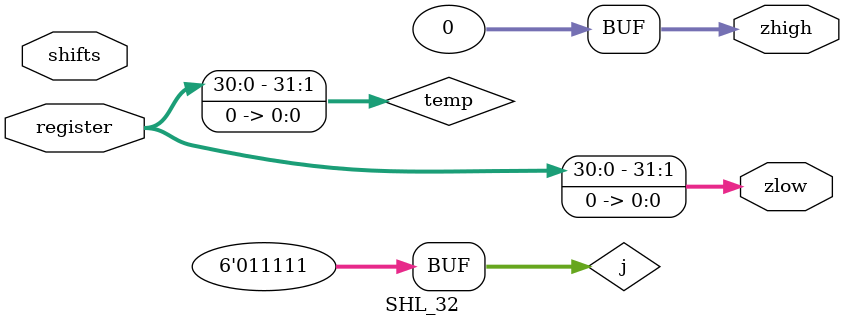
<source format=v>
`timescale 1ns/10ps
module SHL_32(
 input [31:0] register, shifts,
 output [31:0] zlow, zhigh);
 
 reg [5:0] i;
 reg [5:0] j;
 reg [31:0] temp;

always @* begin
	// for(i=0; i<shifts; i=i+1) begin
	for(j=0; j<31; j=j+1)
		temp[j+1] = register[j];	
		
	temp[0] = 0;
	
end

assign zlow = temp;
assign zhigh = 32'b0;

endmodule

</source>
